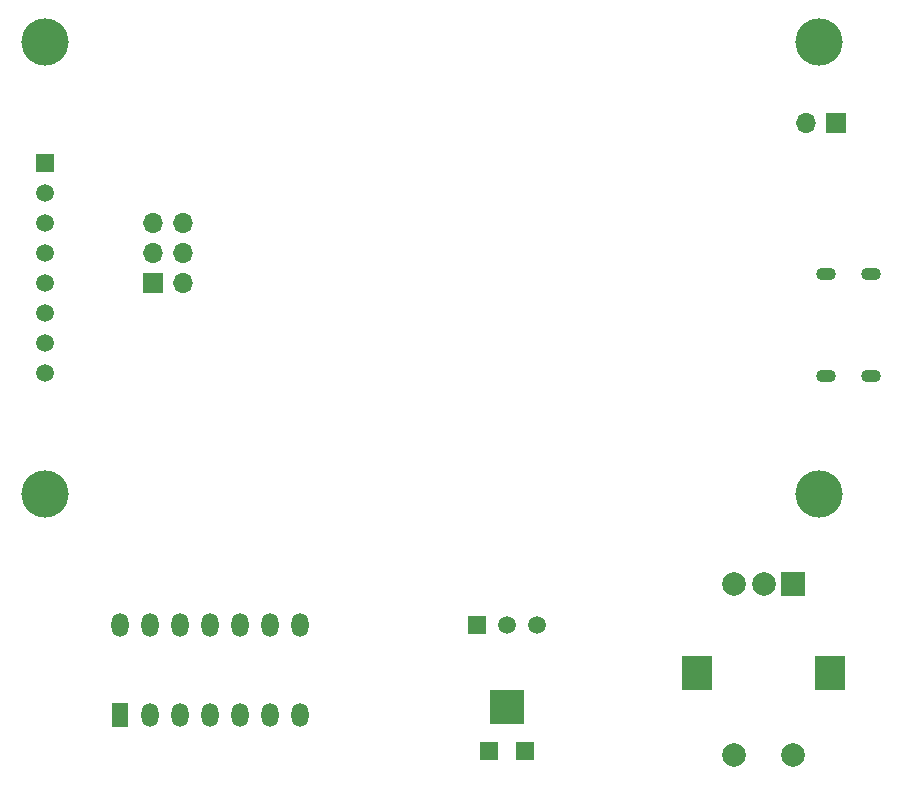
<source format=gts>
%TF.GenerationSoftware,KiCad,Pcbnew,8.0.7*%
%TF.CreationDate,2024-12-15T20:11:50+01:00*%
%TF.ProjectId,transistor-tester,7472616e-7369-4737-946f-722d74657374,rev?*%
%TF.SameCoordinates,Original*%
%TF.FileFunction,Soldermask,Top*%
%TF.FilePolarity,Negative*%
%FSLAX46Y46*%
G04 Gerber Fmt 4.6, Leading zero omitted, Abs format (unit mm)*
G04 Created by KiCad (PCBNEW 8.0.7) date 2024-12-15 20:11:50*
%MOMM*%
%LPD*%
G01*
G04 APERTURE LIST*
%ADD10R,1.500000X1.500000*%
%ADD11R,2.000000X2.000000*%
%ADD12C,2.000000*%
%ADD13R,2.500000X3.000000*%
%ADD14R,3.000000X3.000000*%
%ADD15C,4.000000*%
%ADD16C,1.500000*%
%ADD17R,1.440000X2.000000*%
%ADD18O,1.440000X2.000000*%
%ADD19R,1.700000X1.700000*%
%ADD20O,1.700000X1.700000*%
%ADD21O,1.700000X1.100000*%
G04 APERTURE END LIST*
D10*
%TO.C,TP2*%
X154432000Y-119253000D03*
%TD*%
D11*
%TO.C,SW1*%
X177125000Y-105145000D03*
D12*
X172125000Y-105145000D03*
X174625000Y-105145000D03*
D13*
X180225000Y-112645000D03*
X169025000Y-112645000D03*
D12*
X177125000Y-119645000D03*
X172125000Y-119645000D03*
%TD*%
D10*
%TO.C,TP1*%
X151384000Y-119253000D03*
%TD*%
D14*
%TO.C,TP3*%
X152908000Y-115570000D03*
%TD*%
D15*
%TO.C,J7*%
X113792000Y-59236000D03*
X113792000Y-97536000D03*
X179292000Y-59236000D03*
X179292000Y-97536000D03*
D10*
X113772000Y-69486000D03*
D16*
X113772000Y-72026000D03*
X113772000Y-74566000D03*
X113772000Y-77106000D03*
X113772000Y-79646000D03*
X113772000Y-82186000D03*
X113772000Y-84726000D03*
X113772000Y-87266000D03*
%TD*%
D10*
%TO.C,J5*%
X150368000Y-108585000D03*
D16*
X152908000Y-108585000D03*
X155448000Y-108585000D03*
%TD*%
D17*
%TO.C,J4*%
X120142000Y-116205000D03*
D18*
X122682000Y-116205000D03*
X125222000Y-116205000D03*
X127762000Y-116205000D03*
X130302000Y-116205000D03*
X132842000Y-116205000D03*
X135382000Y-116205000D03*
X135382000Y-108585000D03*
X132842000Y-108585000D03*
X130302000Y-108585000D03*
X127762000Y-108585000D03*
X125222000Y-108585000D03*
X122682000Y-108585000D03*
X120142000Y-108585000D03*
%TD*%
D19*
%TO.C,J2*%
X180746400Y-66090800D03*
D20*
X178206400Y-66090800D03*
%TD*%
D21*
%TO.C,J1*%
X183676400Y-78890400D03*
X179876400Y-78890400D03*
X183676400Y-87530400D03*
X179876400Y-87530400D03*
%TD*%
D19*
%TO.C,J3*%
X122936000Y-79629000D03*
D20*
X125476000Y-79629000D03*
X122936000Y-77089000D03*
X125476000Y-77089000D03*
X122936000Y-74549000D03*
X125476000Y-74549000D03*
%TD*%
M02*

</source>
